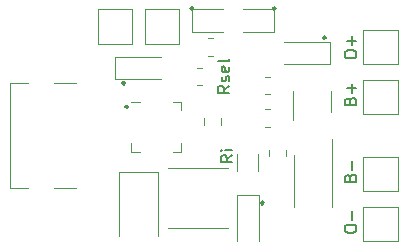
<source format=gbr>
%TF.GenerationSoftware,KiCad,Pcbnew,5.1.12-84ad8e8a86~92~ubuntu20.04.1*%
%TF.CreationDate,2023-03-19T01:12:36+01:00*%
%TF.ProjectId,tp5000_charger,74703530-3030-45f6-9368-61726765722e,rev?*%
%TF.SameCoordinates,Original*%
%TF.FileFunction,Legend,Top*%
%TF.FilePolarity,Positive*%
%FSLAX46Y46*%
G04 Gerber Fmt 4.6, Leading zero omitted, Abs format (unit mm)*
G04 Created by KiCad (PCBNEW 5.1.12-84ad8e8a86~92~ubuntu20.04.1) date 2023-03-19 01:12:36*
%MOMM*%
%LPD*%
G01*
G04 APERTURE LIST*
%ADD10C,0.150000*%
%ADD11C,0.120000*%
G04 APERTURE END LIST*
D10*
X110702380Y-128964285D02*
X110702380Y-128773809D01*
X110750000Y-128678571D01*
X110845238Y-128583333D01*
X111035714Y-128535714D01*
X111369047Y-128535714D01*
X111559523Y-128583333D01*
X111654761Y-128678571D01*
X111702380Y-128773809D01*
X111702380Y-128964285D01*
X111654761Y-129059523D01*
X111559523Y-129154761D01*
X111369047Y-129202380D01*
X111035714Y-129202380D01*
X110845238Y-129154761D01*
X110750000Y-129059523D01*
X110702380Y-128964285D01*
X111321428Y-128107142D02*
X111321428Y-127345238D01*
X111178571Y-124547619D02*
X111226190Y-124404761D01*
X111273809Y-124357142D01*
X111369047Y-124309523D01*
X111511904Y-124309523D01*
X111607142Y-124357142D01*
X111654761Y-124404761D01*
X111702380Y-124500000D01*
X111702380Y-124880952D01*
X110702380Y-124880952D01*
X110702380Y-124547619D01*
X110750000Y-124452380D01*
X110797619Y-124404761D01*
X110892857Y-124357142D01*
X110988095Y-124357142D01*
X111083333Y-124404761D01*
X111130952Y-124452380D01*
X111178571Y-124547619D01*
X111178571Y-124880952D01*
X111321428Y-123880952D02*
X111321428Y-123119047D01*
X92250000Y-118678571D02*
X92107142Y-118535714D01*
X92250000Y-118392857D01*
X92392857Y-118535714D01*
X92250000Y-118678571D01*
X92250000Y-118392857D01*
X104750000Y-110071428D02*
X104892857Y-110214285D01*
X104750000Y-110357142D01*
X104607142Y-110214285D01*
X104750000Y-110071428D01*
X104750000Y-110357142D01*
X97750000Y-110071428D02*
X97892857Y-110214285D01*
X97750000Y-110357142D01*
X97607142Y-110214285D01*
X97750000Y-110071428D01*
X97750000Y-110357142D01*
X100952380Y-116785714D02*
X100476190Y-117119047D01*
X100952380Y-117357142D02*
X99952380Y-117357142D01*
X99952380Y-116976190D01*
X100000000Y-116880952D01*
X100047619Y-116833333D01*
X100142857Y-116785714D01*
X100285714Y-116785714D01*
X100380952Y-116833333D01*
X100428571Y-116880952D01*
X100476190Y-116976190D01*
X100476190Y-117357142D01*
X100904761Y-116404761D02*
X100952380Y-116309523D01*
X100952380Y-116119047D01*
X100904761Y-116023809D01*
X100809523Y-115976190D01*
X100761904Y-115976190D01*
X100666666Y-116023809D01*
X100619047Y-116119047D01*
X100619047Y-116261904D01*
X100571428Y-116357142D01*
X100476190Y-116404761D01*
X100428571Y-116404761D01*
X100333333Y-116357142D01*
X100285714Y-116261904D01*
X100285714Y-116119047D01*
X100333333Y-116023809D01*
X100904761Y-115166666D02*
X100952380Y-115261904D01*
X100952380Y-115452380D01*
X100904761Y-115547619D01*
X100809523Y-115595238D01*
X100428571Y-115595238D01*
X100333333Y-115547619D01*
X100285714Y-115452380D01*
X100285714Y-115261904D01*
X100333333Y-115166666D01*
X100428571Y-115119047D01*
X100523809Y-115119047D01*
X100619047Y-115595238D01*
X100952380Y-114547619D02*
X100904761Y-114642857D01*
X100809523Y-114690476D01*
X99952380Y-114690476D01*
X101202380Y-122678571D02*
X100726190Y-123011904D01*
X101202380Y-123250000D02*
X100202380Y-123250000D01*
X100202380Y-122869047D01*
X100250000Y-122773809D01*
X100297619Y-122726190D01*
X100392857Y-122678571D01*
X100535714Y-122678571D01*
X100630952Y-122726190D01*
X100678571Y-122773809D01*
X100726190Y-122869047D01*
X100726190Y-123250000D01*
X101202380Y-122250000D02*
X100535714Y-122250000D01*
X100202380Y-122250000D02*
X100250000Y-122297619D01*
X100297619Y-122250000D01*
X100250000Y-122202380D01*
X100202380Y-122250000D01*
X100297619Y-122250000D01*
X110702380Y-114214285D02*
X110702380Y-114023809D01*
X110750000Y-113928571D01*
X110845238Y-113833333D01*
X111035714Y-113785714D01*
X111369047Y-113785714D01*
X111559523Y-113833333D01*
X111654761Y-113928571D01*
X111702380Y-114023809D01*
X111702380Y-114214285D01*
X111654761Y-114309523D01*
X111559523Y-114404761D01*
X111369047Y-114452380D01*
X111035714Y-114452380D01*
X110845238Y-114404761D01*
X110750000Y-114309523D01*
X110702380Y-114214285D01*
X111321428Y-113357142D02*
X111321428Y-112595238D01*
X111702380Y-112976190D02*
X110940476Y-112976190D01*
X111178571Y-118047619D02*
X111226190Y-117904761D01*
X111273809Y-117857142D01*
X111369047Y-117809523D01*
X111511904Y-117809523D01*
X111607142Y-117857142D01*
X111654761Y-117904761D01*
X111702380Y-118000000D01*
X111702380Y-118380952D01*
X110702380Y-118380952D01*
X110702380Y-118047619D01*
X110750000Y-117952380D01*
X110797619Y-117904761D01*
X110892857Y-117857142D01*
X110988095Y-117857142D01*
X111083333Y-117904761D01*
X111130952Y-117952380D01*
X111178571Y-118047619D01*
X111178571Y-118380952D01*
X111321428Y-117380952D02*
X111321428Y-116619047D01*
X111702380Y-117000000D02*
X110940476Y-117000000D01*
X92000000Y-116678571D02*
X91857142Y-116535714D01*
X92000000Y-116392857D01*
X92142857Y-116535714D01*
X92000000Y-116678571D01*
X92000000Y-116392857D01*
X103750000Y-126571428D02*
X103892857Y-126714285D01*
X103750000Y-126857142D01*
X103607142Y-126714285D01*
X103750000Y-126571428D01*
X103750000Y-126857142D01*
X109000000Y-112571428D02*
X109142857Y-112714285D01*
X109000000Y-112857142D01*
X108857142Y-112714285D01*
X109000000Y-112571428D01*
X109000000Y-112857142D01*
D11*
%TO.C,J2*%
X112300000Y-129950000D02*
X112300000Y-127050000D01*
X115200000Y-129950000D02*
X112300000Y-129950000D01*
X115200000Y-127050000D02*
X115200000Y-129950000D01*
X112300000Y-127050000D02*
X115200000Y-127050000D01*
%TO.C,J6*%
X112300000Y-125700000D02*
X112300000Y-122800000D01*
X115200000Y-125700000D02*
X112300000Y-125700000D01*
X115200000Y-122800000D02*
X115200000Y-125700000D01*
X112300000Y-122800000D02*
X115200000Y-122800000D01*
%TO.C,J7*%
X82410000Y-125470000D02*
X82410000Y-116530000D01*
X87920000Y-125470000D02*
X86120000Y-125470000D01*
X82410000Y-125470000D02*
X83870000Y-125470000D01*
X82410000Y-116530000D02*
X83870000Y-116530000D01*
X87920000Y-116530000D02*
X86120000Y-116530000D01*
%TO.C,R5*%
X98639564Y-115265000D02*
X98185436Y-115265000D01*
X98639564Y-116735000D02*
X98185436Y-116735000D01*
%TO.C,D2*%
X97752500Y-112210000D02*
X100437500Y-112210000D01*
X97752500Y-110290000D02*
X97752500Y-112210000D01*
X100437500Y-110290000D02*
X97752500Y-110290000D01*
%TO.C,D3*%
X102062500Y-112210000D02*
X104747500Y-112210000D01*
X104747500Y-112210000D02*
X104747500Y-110290000D01*
X104747500Y-110290000D02*
X102062500Y-110290000D01*
%TO.C,D1*%
X94900000Y-124100000D02*
X91600000Y-124100000D01*
X91600000Y-124100000D02*
X91600000Y-129500000D01*
X94900000Y-124100000D02*
X94900000Y-129500000D01*
%TO.C,R1*%
X101590000Y-124027064D02*
X101590000Y-122572936D01*
X103410000Y-124027064D02*
X103410000Y-122572936D01*
%TO.C,U1*%
X96135000Y-118140000D02*
X96860000Y-118140000D01*
X96860000Y-118140000D02*
X96860000Y-118865000D01*
X93365000Y-122360000D02*
X92640000Y-122360000D01*
X92640000Y-122360000D02*
X92640000Y-121635000D01*
X96135000Y-122360000D02*
X96860000Y-122360000D01*
X96860000Y-122360000D02*
X96860000Y-121635000D01*
X93365000Y-118140000D02*
X92640000Y-118140000D01*
%TO.C,U2*%
X109560000Y-119000000D02*
X109560000Y-117200000D01*
X106340000Y-117200000D02*
X106340000Y-119650000D01*
%TO.C,U3*%
X106390000Y-124862500D02*
X106390000Y-127062500D01*
X106390000Y-124862500D02*
X106390000Y-122662500D01*
X109610000Y-124862500D02*
X109610000Y-127062500D01*
X109610000Y-124862500D02*
X109610000Y-121262500D01*
%TO.C,C1*%
X95200000Y-114315000D02*
X91290000Y-114315000D01*
X91290000Y-114315000D02*
X91290000Y-116185000D01*
X91290000Y-116185000D02*
X95200000Y-116185000D01*
%TO.C,C2*%
X98765000Y-120061252D02*
X98765000Y-119538748D01*
X100235000Y-120061252D02*
X100235000Y-119538748D01*
%TO.C,C3*%
X101565000Y-126040000D02*
X101565000Y-129950000D01*
X103435000Y-126040000D02*
X101565000Y-126040000D01*
X103435000Y-129950000D02*
X103435000Y-126040000D01*
%TO.C,C4*%
X104265000Y-122188748D02*
X104265000Y-122711252D01*
X105735000Y-122188748D02*
X105735000Y-122711252D01*
%TO.C,C5*%
X105550000Y-114935000D02*
X109460000Y-114935000D01*
X109460000Y-114935000D02*
X109460000Y-113065000D01*
X109460000Y-113065000D02*
X105550000Y-113065000D01*
%TO.C,J1*%
X89800000Y-110300000D02*
X92700000Y-110300000D01*
X92700000Y-110300000D02*
X92700000Y-113200000D01*
X92700000Y-113200000D02*
X89800000Y-113200000D01*
X89800000Y-113200000D02*
X89800000Y-110300000D01*
%TO.C,J3*%
X112300000Y-114950000D02*
X112300000Y-112050000D01*
X115200000Y-114950000D02*
X112300000Y-114950000D01*
X115200000Y-112050000D02*
X115200000Y-114950000D01*
X112300000Y-112050000D02*
X115200000Y-112050000D01*
%TO.C,J4*%
X93800000Y-110300000D02*
X96700000Y-110300000D01*
X96700000Y-110300000D02*
X96700000Y-113200000D01*
X96700000Y-113200000D02*
X93800000Y-113200000D01*
X93800000Y-113200000D02*
X93800000Y-110300000D01*
%TO.C,J5*%
X112300000Y-116300000D02*
X115200000Y-116300000D01*
X115200000Y-116300000D02*
X115200000Y-119200000D01*
X115200000Y-119200000D02*
X112300000Y-119200000D01*
X112300000Y-119200000D02*
X112300000Y-116300000D01*
%TO.C,L1*%
X95750000Y-123700000D02*
X100850000Y-123700000D01*
X95750000Y-128800000D02*
X100850000Y-128800000D01*
%TO.C,R2*%
X99564564Y-114235000D02*
X99110436Y-114235000D01*
X99564564Y-112765000D02*
X99110436Y-112765000D01*
%TO.C,R3*%
X104389564Y-116015000D02*
X103935436Y-116015000D01*
X104389564Y-117485000D02*
X103935436Y-117485000D01*
%TO.C,R4*%
X103935436Y-118765000D02*
X104389564Y-118765000D01*
X103935436Y-120235000D02*
X104389564Y-120235000D01*
%TD*%
M02*

</source>
